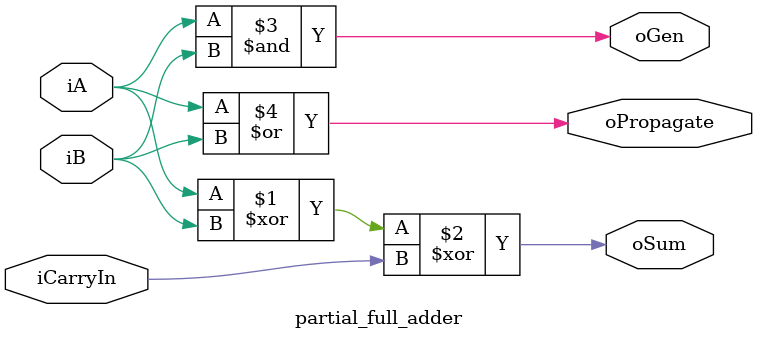
<source format=v>
`timescale 1ns / 1ps


module partial_full_adder(
    input   wire iA, iB,
    input   wire iCarryIn,
    output  wire oSum, oGen, oPropagate
    );
 
assign oSum = iA ^ iB ^ iCarryIn;
assign oGen = iA & iB;
assign oPropagate = iA | iB;

endmodule

</source>
